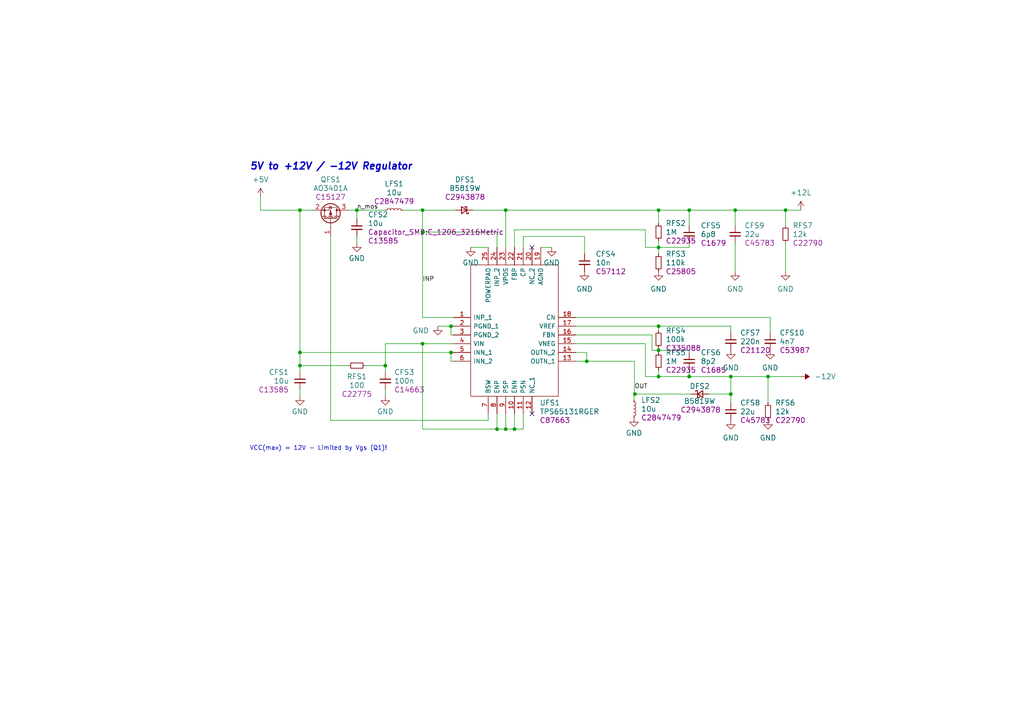
<source format=kicad_sch>
(kicad_sch (version 20230121) (generator eeschema)
  (paper "A4")
  (lib_symbols
    (symbol "Device:C_Small" (pin_numbers hide) (pin_names (offset 0.254) hide)
      (property "Reference" "C" (at 0.254 1.778 0))
      (property "Value" "C_Small" (at 0.254 -2.032 0))
      (symbol "C_Small_0_1"
        (polyline (pts (xy -1.524 -0.508) (xy 1.524 -0.508)) (stroke (width 0.3302)))
        (polyline (pts (xy -1.524 0.508) (xy 1.524 0.508)) (stroke (width 0.3048)))
      )
      (symbol "C_Small_1_1"
        (pin passive line (at 0 2.54 270) (length 2.032) (name "~") (number "1"))
        (pin passive line (at 0 -2.54 90) (length 2.032) (name "~") (number "2"))
      )
    )
    (symbol "Device:D_Schottky_Small" (pin_numbers hide) (pin_names (offset 0.254) hide)
      (property "Reference" "D" (at -1.27 2.032 0))
      (property "Value" "D_Schottky_Small" (at -7.112 -2.032 0))
      (symbol "D_Schottky_Small_0_1"
        (polyline (pts (xy -0.762 0) (xy 0.762 0)))
        (polyline (pts (xy 0.762 -1.016) (xy -0.762 0) (xy 0.762 1.016) (xy 0.762 -1.016)) (stroke (width 0.254)))
        (polyline (pts (xy -1.27 0.762) (xy -1.27 1.016) (xy -0.762 1.016) (xy -0.762 -1.016) (xy -0.254 -1.016) (xy -0.254 -0.762)) (stroke (width 0.254)))
      )
      (symbol "D_Schottky_Small_1_1"
        (pin passive line (at -2.54 0 0) (length 1.778) (name "K") (number "1"))
        (pin passive line (at 2.54 0 180) (length 1.778) (name "A") (number "2"))
      )
    )
    (symbol "Device:L_Small" (pin_numbers hide) (pin_names (offset 0.254) hide)
      (property "Reference" "L" (at 0.762 1.016 0))
      (property "Value" "L_Small" (at 0.762 -1.016 0))
      (symbol "L_Small_0_1"
        (arc (start 0 -2.032) (mid 0.5058 -1.524) (end 0 -1.016))
        (arc (start 0 -1.016) (mid 0.5058 -0.508) (end 0 0))
        (arc (start 0 0) (mid 0.5058 0.508) (end 0 1.016))
        (arc (start 0 1.016) (mid 0.5058 1.524) (end 0 2.032))
      )
      (symbol "L_Small_1_1"
        (pin passive line (at 0 2.54 270) (length 0.508) (name "~") (number "1"))
        (pin passive line (at 0 -2.54 90) (length 0.508) (name "~") (number "2"))
      )
    )
    (symbol "Device:R_Small" (pin_numbers hide) (pin_names (offset 0.254) hide)
      (property "Reference" "R" (at 0.762 0.508 0))
      (property "Value" "R_Small" (at 0.762 -1.016 0))
      (symbol "R_Small_0_1"
        (rectangle (start -0.762 1.778) (end 0.762 -1.778) (stroke (width 0.2032)))
      )
      (symbol "R_Small_1_1"
        (pin passive line (at 0 2.54 270) (length 0.762) (name "~") (number "1"))
        (pin passive line (at 0 -2.54 90) (length 0.762) (name "~") (number "2"))
      )
    )
    (symbol "TPS65131RGET:TPS65131RGET" (pin_names (offset 0.762))
      (property "Reference" "IC" (at 31.75 20.32 0))
      (property "Value" "TPS65131RGET" (at 31.75 17.78 0))
      (symbol "TPS65131RGET_0_0"
        (pin passive line (at 0 0 0) (length 5.08) (name "INP_1") (number "1"))
        (pin passive line (at 17.78 -27.94 90) (length 5.08) (name "ENN") (number "10"))
        (pin passive line (at 20.32 -27.94 90) (length 5.08) (name "PSN") (number "11"))
        (pin passive line (at 22.86 -27.94 90) (length 5.08) (name "NC_1") (number "12"))
        (pin passive line (at 35.56 -12.7 180) (length 5.08) (name "OUTN_1") (number "13"))
        (pin passive line (at 35.56 -10.16 180) (length 5.08) (name "OUTN_2") (number "14"))
        (pin passive line (at 35.56 -7.62 180) (length 5.08) (name "VNEG") (number "15"))
        (pin passive line (at 35.56 -5.08 180) (length 5.08) (name "FBN") (number "16"))
        (pin passive line (at 35.56 -2.54 180) (length 5.08) (name "VREF") (number "17"))
        (pin passive line (at 35.56 0 180) (length 5.08) (name "CN") (number "18"))
        (pin passive line (at 25.4 20.32 270) (length 5.08) (name "AGND") (number "19"))
        (pin passive line (at 0 -2.54 0) (length 5.08) (name "PGND_1") (number "2"))
        (pin passive line (at 22.86 20.32 270) (length 5.08) (name "NC_2") (number "20"))
        (pin passive line (at 20.32 20.32 270) (length 5.08) (name "CP") (number "21"))
        (pin passive line (at 17.78 20.32 270) (length 5.08) (name "FBP") (number "22"))
        (pin passive line (at 15.24 20.32 270) (length 5.08) (name "VPOS") (number "23"))
        (pin passive line (at 12.7 20.32 270) (length 5.08) (name "INP_2") (number "24"))
        (pin passive line (at 10.16 20.32 270) (length 5.08) (name "POWERPAD") (number "25"))
        (pin passive line (at 0 -5.08 0) (length 5.08) (name "PGND_2") (number "3"))
        (pin passive line (at 0 -7.62 0) (length 5.08) (name "VIN") (number "4"))
        (pin passive line (at 0 -10.16 0) (length 5.08) (name "INN_1") (number "5"))
        (pin passive line (at 0 -12.7 0) (length 5.08) (name "INN_2") (number "6"))
        (pin passive line (at 10.16 -27.94 90) (length 5.08) (name "BSW") (number "7"))
        (pin passive line (at 12.7 -27.94 90) (length 5.08) (name "ENP") (number "8"))
        (pin passive line (at 15.24 -27.94 90) (length 5.08) (name "PSP") (number "9"))
      )
      (symbol "TPS65131RGET_0_1"
        (polyline (pts (xy 5.08 15.24) (xy 30.48 15.24) (xy 30.48 -22.86) (xy 5.08 -22.86) (xy 5.08 15.24)) (stroke (width 0.1524)))
      )
    )
    (symbol "Transistor_FET:AO3401A" (pin_names hide)
      (property "Reference" "Q" (at 5.08 1.905 0))
      (property "Value" "AO3401A" (at 5.08 0 0))
      (symbol "AO3401A_0_1"
        (polyline (pts (xy 0.254 0) (xy -2.54 0)))
        (polyline (pts (xy 0.254 1.905) (xy 0.254 -1.905)) (stroke (width 0.254)))
        (polyline (pts (xy 0.762 -1.27) (xy 0.762 -2.286)) (stroke (width 0.254)))
        (polyline (pts (xy 0.762 0.508) (xy 0.762 -0.508)) (stroke (width 0.254)))
        (polyline (pts (xy 0.762 2.286) (xy 0.762 1.27)) (stroke (width 0.254)))
        (polyline (pts (xy 2.54 2.54) (xy 2.54 1.778)))
        (polyline (pts (xy 2.54 -2.54) (xy 2.54 0) (xy 0.762 0)))
        (polyline (pts (xy 0.762 1.778) (xy 3.302 1.778) (xy 3.302 -1.778) (xy 0.762 -1.778)))
        (polyline (pts (xy 2.286 0) (xy 1.27 0.381) (xy 1.27 -0.381) (xy 2.286 0)) (fill (type outline)))
        (polyline (pts (xy 2.794 -0.508) (xy 2.921 -0.381) (xy 3.683 -0.381) (xy 3.81 -0.254)))
        (polyline (pts (xy 3.302 -0.381) (xy 2.921 0.254) (xy 3.683 0.254) (xy 3.302 -0.381)))
        (circle (center 1.651 0) (radius 2.794) (stroke (width 0.254)))
        (circle (center 2.54 -1.778) (radius 0.254) (fill (type outline)))
        (circle (center 2.54 1.778) (radius 0.254) (fill (type outline)))
      )
      (symbol "AO3401A_1_1"
        (pin input line (at -5.08 0 0) (length 2.54) (name "G") (number "1"))
        (pin passive line (at 2.54 -5.08 90) (length 2.54) (name "S") (number "2"))
        (pin passive line (at 2.54 5.08 270) (length 2.54) (name "D") (number "3"))
      )
    )
    (symbol "power:+12L" (power) (pin_names (offset 0))
      (property "Value" "+12L" (at 0 3.556 0))
      (symbol "+12L_0_1"
        (polyline (pts (xy -0.762 1.27) (xy 0 2.54)))
        (polyline (pts (xy 0 0) (xy 0 2.54)))
        (polyline (pts (xy 0 2.54) (xy 0.762 1.27)))
      )
      (symbol "+12L_1_1"
        (pin power_in line (at 0 0 90) (length 0) hide (name "+12L") (number "1"))
      )
    )
    (symbol "power:+5V" (power) (pin_names (offset 0))
      (property "Value" "+5V" (at 0 3.556 0))
      (symbol "+5V_0_1"
        (polyline (pts (xy -0.762 1.27) (xy 0 2.54)))
        (polyline (pts (xy 0 0) (xy 0 2.54)))
        (polyline (pts (xy 0 2.54) (xy 0.762 1.27)))
      )
      (symbol "+5V_1_1"
        (pin power_in line (at 0 0 90) (length 0) hide (name "+5V") (number "1"))
      )
    )
    (symbol "power:-12V" (power) (pin_names (offset 0))
      (property "Value" "-12V" (at 0 3.81 0))
      (symbol "-12V_0_0"
        (pin power_in line (at 0 0 90) (length 0) hide (name "-12V") (number "1"))
      )
      (symbol "-12V_0_1"
        (polyline (pts (xy 0 0) (xy 0 1.27) (xy 0.762 1.27) (xy 0 2.54) (xy -0.762 1.27) (xy 0 1.27)) (fill (type outline)))
      )
    )
    (symbol "power:GND" (power) (pin_names (offset 0))
      (property "Value" "GND" (at 0 -3.81 0))
      (symbol "GND_0_1"
        (polyline (pts (xy 0 0) (xy 0 -1.27) (xy 1.27 -1.27) (xy 0 -2.54) (xy -1.27 -1.27) (xy 0 -1.27)))
      )
      (symbol "GND_1_1"
        (pin power_in line (at 0 0 270) (length 0) hide (name "GND") (number "1"))
      )
    )
  )
  (junction (at 103.505 60.96))
  (junction (at 184.15 114.3))
  (junction (at 122.555 60.96))
  (junction (at 213.233 60.96))
  (junction (at 86.995 106.045))
  (junction (at 122.555 99.695))
  (junction (at 211.963 114.3))
  (junction (at 191.008 71.755))
  (junction (at 227.838 60.96))
  (junction (at 130.81 94.615))
  (junction (at 191.008 109.22))
  (junction (at 170.18 104.775))
  (junction (at 146.685 60.96))
  (junction (at 199.898 60.96))
  (junction (at 191.008 94.615))
  (junction (at 111.76 106.045))
  (junction (at 122.555 67.31))
  (junction (at 191.008 60.96))
  (junction (at 199.898 109.22))
  (junction (at 86.995 102.235))
  (junction (at 191.008 101.6))
  (junction (at 86.995 60.96))
  (junction (at 146.685 124.46))
  (junction (at 222.758 109.22))
  (junction (at 149.225 124.46))
  (junction (at 211.963 109.22))
  (junction (at 144.145 124.46))
  (junction (at 130.81 102.235))
  (no_connect (at 154.305 71.755))
  (no_connect (at 154.305 120.015))
  (wire (pts (xy 189.103 97.155) (xy 189.103 101.6)))
  (wire (pts (xy 146.685 60.96) (xy 191.008 60.96)))
  (wire (pts (xy 232.283 60.96) (xy 227.838 60.96)))
  (wire (pts (xy 187.198 109.22) (xy 191.008 109.22)))
  (wire (pts (xy 205.613 114.3) (xy 211.963 114.3)))
  (wire (pts (xy 111.76 106.045) (xy 106.045 106.045)))
  (wire (pts (xy 187.198 99.695) (xy 187.198 109.22)))
  (wire (pts (xy 122.555 124.46) (xy 144.145 124.46)))
  (wire (pts (xy 199.898 109.22) (xy 211.963 109.22)))
  (wire (pts (xy 103.505 63.5) (xy 103.505 60.96)))
  (wire (pts (xy 191.008 73.66) (xy 191.008 71.755)))
  (wire (pts (xy 191.008 94.615) (xy 211.963 94.615)))
  (wire (pts (xy 184.15 114.173) (xy 183.896 114.173)))
  (wire (pts (xy 191.008 102.235) (xy 191.008 101.6)))
  (wire (pts (xy 149.225 124.46) (xy 151.765 124.46)))
  (wire (pts (xy 146.685 60.96) (xy 146.685 71.755)))
  (wire (pts (xy 122.555 124.46) (xy 122.555 99.695)))
  (wire (pts (xy 200.533 114.3) (xy 184.15 114.3)))
  (wire (pts (xy 167.005 97.155) (xy 189.103 97.155)))
  (wire (pts (xy 227.838 65.405) (xy 227.838 60.96)))
  (wire (pts (xy 222.758 116.84) (xy 222.758 109.22)))
  (wire (pts (xy 130.81 97.155) (xy 131.445 97.155)))
  (wire (pts (xy 191.008 101.6) (xy 191.008 100.965)))
  (wire (pts (xy 227.838 60.96) (xy 213.233 60.96)))
  (wire (pts (xy 111.76 99.695) (xy 122.555 99.695)))
  (wire (pts (xy 232.283 109.22) (xy 222.758 109.22)))
  (wire (pts (xy 187.198 71.755) (xy 191.008 71.755)))
  (wire (pts (xy 130.81 94.615) (xy 127 94.615)))
  (wire (pts (xy 111.76 114.935) (xy 111.76 113.03)))
  (wire (pts (xy 227.838 78.74) (xy 227.838 70.485)))
  (wire (pts (xy 130.81 102.235) (xy 131.445 102.235)))
  (wire (pts (xy 149.225 124.46) (xy 149.225 120.015)))
  (wire (pts (xy 141.605 121.92) (xy 141.605 120.015)))
  (wire (pts (xy 191.008 95.885) (xy 191.008 94.615)))
  (wire (pts (xy 167.005 99.695) (xy 187.198 99.695)))
  (wire (pts (xy 189.103 101.6) (xy 191.008 101.6)))
  (wire (pts (xy 103.505 70.485) (xy 103.505 68.58)))
  (wire (pts (xy 122.555 99.695) (xy 131.445 99.695)))
  (wire (pts (xy 130.81 94.615) (xy 130.81 97.155)))
  (wire (pts (xy 86.995 114.935) (xy 86.995 113.03)))
  (wire (pts (xy 132.08 60.96) (xy 122.555 60.96)))
  (wire (pts (xy 86.995 102.235) (xy 86.995 106.045)))
  (wire (pts (xy 199.898 101.6) (xy 191.008 101.6)))
  (wire (pts (xy 213.233 78.74) (xy 213.233 70.485)))
  (wire (pts (xy 130.81 104.775) (xy 131.445 104.775)))
  (wire (pts (xy 130.81 94.615) (xy 131.445 94.615)))
  (wire (pts (xy 103.505 60.96) (xy 100.965 60.96)))
  (wire (pts (xy 136.525 71.755) (xy 141.605 71.755)))
  (wire (pts (xy 144.145 67.31) (xy 122.555 67.31)))
  (wire (pts (xy 130.81 102.235) (xy 130.81 104.775)))
  (wire (pts (xy 211.963 109.22) (xy 211.963 114.3)))
  (wire (pts (xy 95.885 68.58) (xy 95.885 121.92)))
  (wire (pts (xy 111.76 99.695) (xy 111.76 106.045)))
  (wire (pts (xy 111.76 60.96) (xy 103.505 60.96)))
  (wire (pts (xy 169.545 68.58) (xy 151.765 68.58)))
  (wire (pts (xy 199.898 65.405) (xy 199.898 60.96)))
  (wire (pts (xy 199.898 60.96) (xy 191.008 60.96)))
  (wire (pts (xy 167.005 94.615) (xy 191.008 94.615)))
  (wire (pts (xy 144.145 124.46) (xy 146.685 124.46)))
  (wire (pts (xy 199.898 102.235) (xy 199.898 101.6)))
  (wire (pts (xy 86.995 60.96) (xy 90.805 60.96)))
  (wire (pts (xy 146.685 124.46) (xy 146.685 120.015)))
  (wire (pts (xy 184.15 114.173) (xy 184.15 114.3)))
  (wire (pts (xy 191.008 69.85) (xy 191.008 71.755)))
  (wire (pts (xy 149.225 71.755) (xy 149.225 66.675)))
  (wire (pts (xy 191.008 109.22) (xy 199.898 109.22)))
  (wire (pts (xy 170.18 102.235) (xy 170.18 104.775)))
  (wire (pts (xy 199.898 109.22) (xy 199.898 107.315)))
  (wire (pts (xy 211.963 114.3) (xy 211.963 116.84)))
  (wire (pts (xy 167.005 102.235) (xy 170.18 102.235)))
  (wire (pts (xy 116.84 60.96) (xy 122.555 60.96)))
  (wire (pts (xy 213.233 60.96) (xy 199.898 60.96)))
  (wire (pts (xy 169.545 73.66) (xy 169.545 68.58)))
  (wire (pts (xy 86.995 102.235) (xy 130.81 102.235)))
  (wire (pts (xy 137.16 60.96) (xy 146.685 60.96)))
  (wire (pts (xy 122.555 92.075) (xy 131.445 92.075)))
  (wire (pts (xy 75.565 60.96) (xy 86.995 60.96)))
  (wire (pts (xy 191.008 107.315) (xy 191.008 109.22)))
  (wire (pts (xy 86.995 102.235) (xy 86.995 60.96)))
  (wire (pts (xy 122.555 92.075) (xy 122.555 67.31)))
  (wire (pts (xy 184.023 104.775) (xy 184.023 114.3)))
  (wire (pts (xy 191.008 71.755) (xy 199.898 71.755)))
  (wire (pts (xy 184.023 104.775) (xy 170.18 104.775)))
  (wire (pts (xy 211.963 96.52) (xy 211.963 94.615)))
  (wire (pts (xy 223.393 96.52) (xy 223.393 92.075)))
  (wire (pts (xy 86.995 106.045) (xy 86.995 107.95)))
  (wire (pts (xy 183.896 114.173) (xy 183.896 116.078)))
  (wire (pts (xy 149.225 66.675) (xy 187.198 66.675)))
  (wire (pts (xy 144.145 71.755) (xy 144.145 67.31)))
  (wire (pts (xy 167.005 92.075) (xy 223.393 92.075)))
  (wire (pts (xy 213.233 65.405) (xy 213.233 60.96)))
  (wire (pts (xy 156.845 71.755) (xy 160.02 71.755)))
  (wire (pts (xy 86.995 106.045) (xy 100.965 106.045)))
  (wire (pts (xy 122.555 67.31) (xy 122.555 60.96)))
  (wire (pts (xy 75.565 57.15) (xy 75.565 60.96)))
  (wire (pts (xy 111.76 107.95) (xy 111.76 106.045)))
  (wire (pts (xy 187.198 66.675) (xy 187.198 71.755)))
  (wire (pts (xy 184.023 114.3) (xy 184.15 114.3)))
  (wire (pts (xy 144.145 124.46) (xy 144.145 120.015)))
  (wire (pts (xy 151.765 68.58) (xy 151.765 71.755)))
  (wire (pts (xy 146.685 124.46) (xy 149.225 124.46)))
  (wire (pts (xy 151.765 124.46) (xy 151.765 120.015)))
  (wire (pts (xy 222.758 109.22) (xy 211.963 109.22)))
  (wire (pts (xy 95.885 121.92) (xy 141.605 121.92)))
  (wire (pts (xy 191.008 64.77) (xy 191.008 60.96)))
  (wire (pts (xy 199.898 71.755) (xy 199.898 70.485)))
  (wire (pts (xy 167.005 104.775) (xy 170.18 104.775)))
  (text "5V to +12V / -12V Regulator" (at 72.39 49.53 0) (effects (font (size 2.0066 2.0066) (thickness 0.4013) bold italic) (justify left bottom)))
  (text "VCC(max) = 12V - Limited by Vgs (Q1)!" (at 72.39 130.81 0) (effects (font (size 1.27 1.27)) (justify left bottom)))
  (label "OUT" (at 184.023 113.03 0))
  (label "n_mos" (at 103.505 60.96 0))
  (label "INP" (at 122.555 81.915 0))
  (symbol (lib_id "Device:C_Small") (at 199.898 67.945 0) (unit 1)
    (property "Reference" "CFS5" (at 203.2 65.4113 0) (effects (font (size 1.5 1.5)) (justify left)))
    (property "Value" "6p8" (at 203.2 67.9513 0) (effects (font (size 1.5 1.5)) (justify left)))
    (property "Footprint" "Capacitor_SMD:C_0603_1608Metric" (effects hide))
    (property "LCSC" "C1679" (at 203.2 70.4913 0) (effects (font (size 1.5 1.5)) (justify left)))
  )
  (symbol (lib_id "Device:C_Small") (at 103.505 66.04 0) (unit 1)
    (property "Reference" "CFS2" (at 106.68 62.2363 0) (effects (font (size 1.5 1.5)) (justify left)))
    (property "Value" "10u" (at 106.68 64.7763 0) (effects (font (size 1.5 1.5)) (justify left)))
    (property "Footprint" "Capacitor_SMD:C_1206_3216Metric" (at 106.68 67.3163 0) (effects (font (size 1.5 1.5)) (justify left)))
    (property "LCSC" "C13585" (at 106.68 69.8563 0) (effects (font (size 1.5 1.5)) (justify left)))
  )
  (symbol (lib_id "Device:C_Small") (at 169.545 76.2 0) (unit 1)
    (property "Reference" "CFS4" (at 172.72 73.6663 0) (effects (font (size 1.5 1.5)) (justify left)))
    (property "Value" "10n" (at 172.72 76.2063 0) (effects (font (size 1.5 1.5)) (justify left)))
    (property "Footprint" "Capacitor_SMD:C_0603_1608Metric" (effects hide))
    (property "LCSC" "C57112" (at 172.72 78.7463 0) (effects (font (size 1.5 1.5)) (justify left)))
  )
  (symbol (lib_id "Device:D_Schottky_Small") (at 203.073 114.3 0) (unit 1)
    (property "Reference" "DFS2" (at 202.946 112.014 0) (effects (font (size 1.5 1.5))))
    (property "Value" "B5819W" (at 202.946 116.332 0) (effects (font (size 1.5 1.5))))
    (property "Footprint" "Diode_SMD:D_SOD-123" (effects hide))
    (property "LCSC" "C2943878" (at 203.2 118.872 0) (effects (font (size 1.5 1.5))))
  )
  (symbol (lib_id "Device:R_Small") (at 222.758 119.38 180) (unit 1)
    (property "Reference" "RFS6" (at 224.79 116.84 0) (effects (font (size 1.5 1.5)) (justify right)))
    (property "Value" "12k" (at 224.79 119.38 0) (effects (font (size 1.5 1.5)) (justify right)))
    (property "Footprint" "Resistor_SMD:R_0603_1608Metric" (effects hide))
    (property "LCSC" "C22790" (at 224.79 121.92 0) (effects (font (size 1.5 1.5)) (justify right)))
  )
  (symbol (lib_id "Device:R_Small") (at 191.008 98.425 180) (unit 1)
    (property "Reference" "RFS4" (at 193.04 95.885 0) (effects (font (size 1.5 1.5)) (justify right)))
    (property "Value" "100k" (at 193.04 98.425 0) (effects (font (size 1.5 1.5)) (justify right)))
    (property "Footprint" "Resistor_SMD:R_0603_1608Metric" (effects hide))
    (property "LCSC" "C335088" (at 193.04 100.965 0) (effects (font (size 1.5 1.5)) (justify right)))
  )
  (symbol (lib_id "power:GND") (at 86.995 114.935 0) (unit 1)
    (property "Reference" "#PWR02" (effects hide))
    (property "Value" "GND" (at 86.995 119.38 0) (effects (font (size 1.5 1.5))))
  )
  (symbol (lib_id "power:GND") (at 223.393 101.6 0) (unit 1)
    (property "Reference" "#PWR015" (effects hide))
    (property "Value" "GND" (at 223.393 106.68 0) (effects (font (size 1.5 1.5))))
  )
  (symbol (lib_id "Device:C_Small") (at 86.995 110.49 0) (unit 1)
    (property "Reference" "CFS1" (at 83.82 107.9563 0) (effects (font (size 1.5 1.5)) (justify right)))
    (property "Value" "10u" (at 83.82 110.4963 0) (effects (font (size 1.5 1.5)) (justify right)))
    (property "Footprint" "Capacitor_SMD:C_1206_3216Metric" (effects hide))
    (property "LCSC" "C13585" (at 83.82 113.0363 0) (effects (font (size 1.5 1.5)) (justify right)))
  )
  (symbol (lib_id "power:GND") (at 213.233 78.74 0) (unit 1)
    (property "Reference" "#PWR013" (effects hide))
    (property "Value" "GND" (at 213.233 83.82 0) (effects (font (size 1.5 1.5))))
  )
  (symbol (lib_id "Device:R_Small") (at 191.008 76.2 180) (unit 1)
    (property "Reference" "RFS3" (at 193.04 73.66 0) (effects (font (size 1.5 1.5)) (justify right)))
    (property "Value" "110k" (at 193.04 76.2 0) (effects (font (size 1.5 1.5)) (justify right)))
    (property "Footprint" "Resistor_SMD:R_0603_1608Metric" (effects hide))
    (property "LCSC" "C25805" (at 193.04 78.74 0) (effects (font (size 1.5 1.5)) (justify right)))
  )
  (symbol (lib_id "Device:L_Small") (at 114.3 60.96 90) (unit 1)
    (property "Reference" "LFS1" (at 114.3 53.34 90) (effects (font (size 1.5 1.5))))
    (property "Value" "10u" (at 114.3 55.88 90) (effects (font (size 1.5 1.5))))
    (property "Footprint" "Inductor_SMD:L_TracoPower_TCK-047_5.2x5.8mm" (effects hide))
    (property "LCSC" "C2847479" (at 114.3 58.42 90) (effects (font (size 1.5 1.5))))
  )
  (symbol (lib_id "power:GND") (at 111.76 114.935 0) (unit 1)
    (property "Reference" "#PWR04" (effects hide))
    (property "Value" "GND" (at 111.76 119.38 0) (effects (font (size 1.5 1.5))))
  )
  (symbol (lib_id "Device:C_Small") (at 211.963 99.06 0) (unit 1)
    (property "Reference" "CFS7" (at 214.63 96.5263 0) (effects (font (size 1.5 1.5)) (justify left)))
    (property "Value" "220n" (at 214.63 99.0663 0) (effects (font (size 1.5 1.5)) (justify left)))
    (property "Footprint" "Capacitor_SMD:C_0603_1608Metric" (effects hide))
    (property "LCSC" "C21120" (at 214.63 101.6063 0) (effects (font (size 1.5 1.5)) (justify left)))
  )
  (symbol (lib_id "TPS65131RGET:TPS65131RGET") (at 131.445 92.075 0) (unit 1)
    (property "Reference" "UFS1" (at 156.4991 116.84 0) (effects (font (size 1.5 1.5)) (justify left)))
    (property "Value" "TPS65131RGER" (at 156.4991 119.38 0) (effects (font (size 1.5 1.5)) (justify left)))
    (property "Footprint" "Package_DFN_QFN:QFN-24-1EP_4x4mm_P0.5mm_EP2.6x2.6mm" (effects hide))
    (property "Datasheet" "http://www.ti.com/lit/ds/symlink/tps65130.pdf" (effects hide))
    (property "Description" "Conv DC-DC Dual-OUT Inv/Step Up 24-Pin Texas Instruments TPS65131RGET, Dual Inverting, Step Up DC-DC Converter, 1.95A, Adjustable" (effects hide))
    (property "Height" "1" (effects hide))
    (property "Mouser2 Part Number" "595-TPS65131RGET" (effects hide))
    (property "Mouser2 Price/Stock" "https://www.mouser.com/Search/Refine.aspx?Keyword=595-TPS65131RGET" (effects hide))
    (property "Manufacturer_Name" "Texas Instruments" (effects hide))
    (property "Manufacturer_Part_Number" "TPS65131RGET" (effects hide))
    (property "LCSC" "C87663" (at 156.4991 121.92 0) (effects (font (size 1.5 1.5)) (justify left)))
  )
  (symbol (lib_id "Device:R_Small") (at 191.008 67.31 180) (unit 1)
    (property "Reference" "RFS2" (at 193.04 64.77 0) (effects (font (size 1.5 1.5)) (justify right)))
    (property "Value" "1M" (at 193.04 67.31 0) (effects (font (size 1.5 1.5)) (justify right)))
    (property "Footprint" "Resistor_SMD:R_0603_1608Metric" (effects hide))
    (property "LCSC" "C22935" (at 193.04 69.85 0) (effects (font (size 1.5 1.5)) (justify right)))
  )
  (symbol (lib_id "Transistor_FET:AO3401A") (at 95.885 63.5 270) (mirror x) (unit 1)
    (property "Reference" "QFS1" (at 95.885 52.07 90) (effects (font (size 1.5 1.5))))
    (property "Value" "AO3401A" (at 95.885 54.61 90) (effects (font (size 1.5 1.5))))
    (property "Footprint" "Package_TO_SOT_SMD:SOT-23" (effects hide))
    (property "Datasheet" "http://www.aosmd.com/pdfs/datasheet/AO3401A.pdf" (effects hide))
    (property "LCSC" "C15127" (at 95.885 57.15 90) (effects (font (size 1.5 1.5))))
  )
  (symbol (lib_id "power:GND") (at 183.896 121.158 0) (unit 1)
    (property "Reference" "#PWR09" (effects hide))
    (property "Value" "GND" (at 183.896 125.603 0) (effects (font (size 1.5 1.5))))
  )
  (symbol (lib_id "power:+5V") (at 75.565 57.15 0) (unit 1)
    (property "Reference" "#PWR01" (effects hide))
    (property "Value" "+5V" (at 75.565 52.07 0) (effects (font (size 1.5 1.5))))
  )
  (symbol (lib_id "Device:R_Small") (at 191.008 104.775 180) (unit 1)
    (property "Reference" "RFS5" (at 193.04 102.235 0) (effects (font (size 1.5 1.5)) (justify right)))
    (property "Value" "1M" (at 193.04 104.775 0) (effects (font (size 1.5 1.5)) (justify right)))
    (property "Footprint" "Resistor_SMD:R_0603_1608Metric" (effects hide))
    (property "LCSC" "C22935" (at 193.04 107.315 0) (effects (font (size 1.5 1.5)) (justify right)))
  )
  (symbol (lib_id "Device:L_Small") (at 183.896 118.618 0) (unit 1)
    (property "Reference" "LFS2" (at 185.928 116.078 0) (effects (font (size 1.5 1.5)) (justify left)))
    (property "Value" "10u" (at 185.928 118.618 0) (effects (font (size 1.5 1.5)) (justify left)))
    (property "Footprint" "Inductor_SMD:L_TracoPower_TCK-047_5.2x5.8mm" (effects hide))
    (property "LCSC" "C2847479" (at 185.928 121.158 0) (effects (font (size 1.5 1.5)) (justify left)))
  )
  (symbol (lib_id "power:GND") (at 211.963 121.92 0) (unit 1)
    (property "Reference" "#PWR012" (effects hide))
    (property "Value" "GND" (at 211.963 127 0) (effects (font (size 1.5 1.5))))
  )
  (symbol (lib_id "Device:R_Small") (at 227.838 67.945 180) (unit 1)
    (property "Reference" "RFS7" (at 229.87 65.405 0) (effects (font (size 1.5 1.5)) (justify right)))
    (property "Value" "12k" (at 229.87 67.945 0) (effects (font (size 1.5 1.5)) (justify right)))
    (property "Footprint" "Resistor_SMD:R_0603_1608Metric" (effects hide))
    (property "LCSC" "C22790" (at 229.87 70.485 0) (effects (font (size 1.5 1.5)) (justify right)))
  )
  (symbol (lib_id "Device:C_Small") (at 213.233 67.945 0) (unit 1)
    (property "Reference" "CFS9" (at 215.9 65.4113 0) (effects (font (size 1.5 1.5)) (justify left)))
    (property "Value" "22u" (at 215.9 67.9513 0) (effects (font (size 1.5 1.5)) (justify left)))
    (property "Footprint" "Capacitor_SMD:C_0805_2012Metric" (effects hide))
    (property "LCSC" "C45783" (at 215.9 70.4913 0) (effects (font (size 1.5 1.5)) (justify left)))
  )
  (symbol (lib_id "Device:R_Small") (at 103.505 106.045 270) (unit 1)
    (property "Reference" "RFS1" (at 103.505 109.22 90) (effects (font (size 1.5 1.5))))
    (property "Value" "100" (at 103.505 111.76 90) (effects (font (size 1.5 1.5))))
    (property "Footprint" "Resistor_SMD:R_0603_1608Metric" (effects hide))
    (property "LCSC" "C22775" (at 103.505 114.3 90) (effects (font (size 1.5 1.5))))
  )
  (symbol (lib_id "Device:C_Small") (at 223.393 99.06 0) (unit 1)
    (property "Reference" "CFS10" (at 226.06 96.5263 0) (effects (font (size 1.5 1.5)) (justify left)))
    (property "Value" "4n7" (at 226.06 99.0663 0) (effects (font (size 1.5 1.5)) (justify left)))
    (property "Footprint" "Capacitor_SMD:C_0603_1608Metric" (effects hide))
    (property "LCSC" "C53987" (at 226.06 101.6063 0) (effects (font (size 1.5 1.5)) (justify left)))
  )
  (symbol (lib_id "power:GND") (at 191.008 78.74 0) (unit 1)
    (property "Reference" "#PWR010" (effects hide))
    (property "Value" "GND" (at 191.008 83.82 0) (effects (font (size 1.5 1.5))))
  )
  (symbol (lib_id "power:GND") (at 169.545 78.74 0) (unit 1)
    (property "Reference" "#PWR08" (effects hide))
    (property "Value" "GND" (at 169.545 83.82 0) (effects (font (size 1.5 1.5))))
  )
  (symbol (lib_id "power:+12L") (at 232.283 60.96 0) (unit 1)
    (property "Reference" "#PWR017" (effects hide))
    (property "Value" "+12L" (at 232.283 55.88 0) (effects (font (size 1.5 1.5))))
  )
  (symbol (lib_id "power:GND") (at 211.963 101.6 0) (unit 1)
    (property "Reference" "#PWR011" (effects hide))
    (property "Value" "GND" (at 211.963 106.68 0) (effects (font (size 1.5 1.5))))
  )
  (symbol (lib_id "Device:D_Schottky_Small") (at 134.62 60.96 180) (unit 1)
    (property "Reference" "DFS1" (at 134.874 52.07 0) (effects (font (size 1.5 1.5))))
    (property "Value" "B5819W" (at 134.874 54.61 0) (effects (font (size 1.5 1.5))))
    (property "Footprint" "Diode_SMD:D_SOD-123" (effects hide))
    (property "LCSC" "C2943878" (at 134.874 57.15 0) (effects (font (size 1.5 1.5))))
  )
  (symbol (lib_id "power:-12V") (at 232.283 109.22 270) (unit 1)
    (property "Reference" "#PWR018" (effects hide))
    (property "Value" "-12V" (at 236.22 109.22 90) (effects (font (size 1.5 1.5)) (justify left)))
  )
  (symbol (lib_id "power:GND") (at 136.525 71.755 0) (unit 1)
    (property "Reference" "#PWR06" (effects hide))
    (property "Value" "GND" (at 136.525 76.2 0) (effects (font (size 1.5 1.5))))
  )
  (symbol (lib_id "Device:C_Small") (at 111.76 110.49 0) (unit 1)
    (property "Reference" "CFS3" (at 114.3 107.9563 0) (effects (font (size 1.5 1.5)) (justify left)))
    (property "Value" "100n" (at 114.3 110.4963 0) (effects (font (size 1.5 1.5)) (justify left)))
    (property "Footprint" "Capacitor_SMD:C_0603_1608Metric" (effects hide))
    (property "LCSC" "C14663" (at 114.3 113.0363 0) (effects (font (size 1.5 1.5)) (justify left)))
  )
  (symbol (lib_id "power:GND") (at 127 94.615 0) (unit 1)
    (property "Reference" "#PWR05" (effects hide))
    (property "Value" "GND" (at 124.46 95.885 0) (effects (font (size 1.5 1.5)) (justify right)))
  )
  (symbol (lib_id "power:GND") (at 103.505 70.485 0) (unit 1)
    (property "Reference" "#PWR03" (effects hide))
    (property "Value" "GND" (at 103.505 74.93 0) (effects (font (size 1.5 1.5))))
  )
  (symbol (lib_id "power:GND") (at 160.02 71.755 0) (unit 1)
    (property "Reference" "#PWR07" (effects hide))
    (property "Value" "GND" (at 160.02 76.2 0) (effects (font (size 1.5 1.5))))
  )
  (symbol (lib_id "power:GND") (at 222.758 121.92 0) (unit 1)
    (property "Reference" "#PWR014" (effects hide))
    (property "Value" "GND" (at 222.758 127 0) (effects (font (size 1.5 1.5))))
  )
  (symbol (lib_id "Device:C_Small") (at 211.963 119.38 0) (unit 1)
    (property "Reference" "CFS8" (at 214.63 116.8463 0) (effects (font (size 1.5 1.5)) (justify left)))
    (property "Value" "22u" (at 214.63 119.3863 0) (effects (font (size 1.5 1.5)) (justify left)))
    (property "Footprint" "Capacitor_SMD:C_0805_2012Metric" (effects hide))
    (property "LCSC" "C45783" (at 214.63 121.9263 0) (effects (font (size 1.5 1.5)) (justify left)))
  )
  (symbol (lib_id "Device:C_Small") (at 199.898 104.775 0) (unit 1)
    (property "Reference" "CFS6" (at 203.2 102.2413 0) (effects (font (size 1.5 1.5)) (justify left)))
    (property "Value" "8p2" (at 203.2 104.7813 0) (effects (font (size 1.5 1.5)) (justify left)))
    (property "Footprint" "Capacitor_SMD:C_0603_1608Metric" (effects hide))
    (property "LCSC" "C1685" (at 203.2 107.3213 0) (effects (font (size 1.5 1.5)) (justify left)))
  )
  (symbol (lib_id "power:GND") (at 227.838 78.74 0) (unit 1)
    (property "Reference" "#PWR016" (effects hide))
    (property "Value" "GND" (at 227.838 83.82 0) (effects (font (size 1.5 1.5))))
  )
)
</source>
